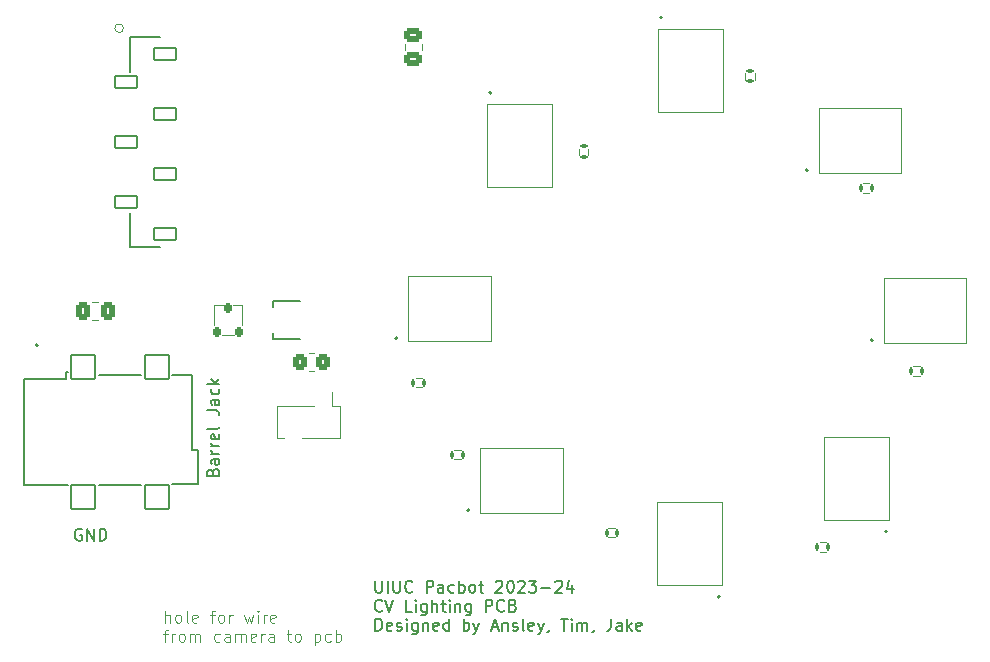
<source format=gto>
%TF.GenerationSoftware,KiCad,Pcbnew,7.0.9*%
%TF.CreationDate,2024-01-18T23:26:29-06:00*%
%TF.ProjectId,cv_lighting_pcb,63765f6c-6967-4687-9469-6e675f706362,rev?*%
%TF.SameCoordinates,Original*%
%TF.FileFunction,Legend,Top*%
%TF.FilePolarity,Positive*%
%FSLAX46Y46*%
G04 Gerber Fmt 4.6, Leading zero omitted, Abs format (unit mm)*
G04 Created by KiCad (PCBNEW 7.0.9) date 2024-01-18 23:26:29*
%MOMM*%
%LPD*%
G01*
G04 APERTURE LIST*
G04 Aperture macros list*
%AMRoundRect*
0 Rectangle with rounded corners*
0 $1 Rounding radius*
0 $2 $3 $4 $5 $6 $7 $8 $9 X,Y pos of 4 corners*
0 Add a 4 corners polygon primitive as box body*
4,1,4,$2,$3,$4,$5,$6,$7,$8,$9,$2,$3,0*
0 Add four circle primitives for the rounded corners*
1,1,$1+$1,$2,$3*
1,1,$1+$1,$4,$5*
1,1,$1+$1,$6,$7*
1,1,$1+$1,$8,$9*
0 Add four rect primitives between the rounded corners*
20,1,$1+$1,$2,$3,$4,$5,0*
20,1,$1+$1,$4,$5,$6,$7,0*
20,1,$1+$1,$6,$7,$8,$9,0*
20,1,$1+$1,$8,$9,$2,$3,0*%
G04 Aperture macros list end*
%ADD10C,0.150000*%
%ADD11C,0.125000*%
%ADD12C,0.120000*%
%ADD13C,0.200000*%
%ADD14C,0.152400*%
%ADD15C,0.127000*%
%ADD16C,0.010000*%
%ADD17RoundRect,0.100000X-0.100000X-0.200000X0.100000X-0.200000X0.100000X0.200000X-0.100000X0.200000X0*%
%ADD18RoundRect,0.100000X0.200000X-0.100000X0.200000X0.100000X-0.200000X0.100000X-0.200000X-0.100000X0*%
%ADD19RoundRect,0.250000X-0.337500X-0.475000X0.337500X-0.475000X0.337500X0.475000X-0.337500X0.475000X0*%
%ADD20RoundRect,0.100000X0.100000X0.200000X-0.100000X0.200000X-0.100000X-0.200000X0.100000X-0.200000X0*%
%ADD21RoundRect,0.102000X-0.952500X0.510000X-0.952500X-0.510000X0.952500X-0.510000X0.952500X0.510000X0*%
%ADD22R,1.397000X1.193800*%
%ADD23R,1.701800X1.600200*%
%ADD24C,1.800000*%
%ADD25C,1.600000*%
%ADD26RoundRect,0.102000X-1.000000X1.000000X-1.000000X-1.000000X1.000000X-1.000000X1.000000X1.000000X0*%
%ADD27R,1.000000X1.900000*%
%ADD28RoundRect,0.250000X-0.475000X0.337500X-0.475000X-0.337500X0.475000X-0.337500X0.475000X0.337500X0*%
%ADD29RoundRect,0.250000X0.350000X0.450000X-0.350000X0.450000X-0.350000X-0.450000X0.350000X-0.450000X0*%
%ADD30RoundRect,0.150000X-0.150000X-0.250000X0.150000X-0.250000X0.150000X0.250000X-0.150000X0.250000X0*%
G04 APERTURE END LIST*
D10*
X105000588Y-100517438D02*
X104905350Y-100469819D01*
X104905350Y-100469819D02*
X104762493Y-100469819D01*
X104762493Y-100469819D02*
X104619636Y-100517438D01*
X104619636Y-100517438D02*
X104524398Y-100612676D01*
X104524398Y-100612676D02*
X104476779Y-100707914D01*
X104476779Y-100707914D02*
X104429160Y-100898390D01*
X104429160Y-100898390D02*
X104429160Y-101041247D01*
X104429160Y-101041247D02*
X104476779Y-101231723D01*
X104476779Y-101231723D02*
X104524398Y-101326961D01*
X104524398Y-101326961D02*
X104619636Y-101422200D01*
X104619636Y-101422200D02*
X104762493Y-101469819D01*
X104762493Y-101469819D02*
X104857731Y-101469819D01*
X104857731Y-101469819D02*
X105000588Y-101422200D01*
X105000588Y-101422200D02*
X105048207Y-101374580D01*
X105048207Y-101374580D02*
X105048207Y-101041247D01*
X105048207Y-101041247D02*
X104857731Y-101041247D01*
X105476779Y-101469819D02*
X105476779Y-100469819D01*
X105476779Y-100469819D02*
X106048207Y-101469819D01*
X106048207Y-101469819D02*
X106048207Y-100469819D01*
X106524398Y-101469819D02*
X106524398Y-100469819D01*
X106524398Y-100469819D02*
X106762493Y-100469819D01*
X106762493Y-100469819D02*
X106905350Y-100517438D01*
X106905350Y-100517438D02*
X107000588Y-100612676D01*
X107000588Y-100612676D02*
X107048207Y-100707914D01*
X107048207Y-100707914D02*
X107095826Y-100898390D01*
X107095826Y-100898390D02*
X107095826Y-101041247D01*
X107095826Y-101041247D02*
X107048207Y-101231723D01*
X107048207Y-101231723D02*
X107000588Y-101326961D01*
X107000588Y-101326961D02*
X106905350Y-101422200D01*
X106905350Y-101422200D02*
X106762493Y-101469819D01*
X106762493Y-101469819D02*
X106524398Y-101469819D01*
X129876779Y-104869819D02*
X129876779Y-105679342D01*
X129876779Y-105679342D02*
X129924398Y-105774580D01*
X129924398Y-105774580D02*
X129972017Y-105822200D01*
X129972017Y-105822200D02*
X130067255Y-105869819D01*
X130067255Y-105869819D02*
X130257731Y-105869819D01*
X130257731Y-105869819D02*
X130352969Y-105822200D01*
X130352969Y-105822200D02*
X130400588Y-105774580D01*
X130400588Y-105774580D02*
X130448207Y-105679342D01*
X130448207Y-105679342D02*
X130448207Y-104869819D01*
X130924398Y-105869819D02*
X130924398Y-104869819D01*
X131400588Y-104869819D02*
X131400588Y-105679342D01*
X131400588Y-105679342D02*
X131448207Y-105774580D01*
X131448207Y-105774580D02*
X131495826Y-105822200D01*
X131495826Y-105822200D02*
X131591064Y-105869819D01*
X131591064Y-105869819D02*
X131781540Y-105869819D01*
X131781540Y-105869819D02*
X131876778Y-105822200D01*
X131876778Y-105822200D02*
X131924397Y-105774580D01*
X131924397Y-105774580D02*
X131972016Y-105679342D01*
X131972016Y-105679342D02*
X131972016Y-104869819D01*
X133019635Y-105774580D02*
X132972016Y-105822200D01*
X132972016Y-105822200D02*
X132829159Y-105869819D01*
X132829159Y-105869819D02*
X132733921Y-105869819D01*
X132733921Y-105869819D02*
X132591064Y-105822200D01*
X132591064Y-105822200D02*
X132495826Y-105726961D01*
X132495826Y-105726961D02*
X132448207Y-105631723D01*
X132448207Y-105631723D02*
X132400588Y-105441247D01*
X132400588Y-105441247D02*
X132400588Y-105298390D01*
X132400588Y-105298390D02*
X132448207Y-105107914D01*
X132448207Y-105107914D02*
X132495826Y-105012676D01*
X132495826Y-105012676D02*
X132591064Y-104917438D01*
X132591064Y-104917438D02*
X132733921Y-104869819D01*
X132733921Y-104869819D02*
X132829159Y-104869819D01*
X132829159Y-104869819D02*
X132972016Y-104917438D01*
X132972016Y-104917438D02*
X133019635Y-104965057D01*
X134210112Y-105869819D02*
X134210112Y-104869819D01*
X134210112Y-104869819D02*
X134591064Y-104869819D01*
X134591064Y-104869819D02*
X134686302Y-104917438D01*
X134686302Y-104917438D02*
X134733921Y-104965057D01*
X134733921Y-104965057D02*
X134781540Y-105060295D01*
X134781540Y-105060295D02*
X134781540Y-105203152D01*
X134781540Y-105203152D02*
X134733921Y-105298390D01*
X134733921Y-105298390D02*
X134686302Y-105346009D01*
X134686302Y-105346009D02*
X134591064Y-105393628D01*
X134591064Y-105393628D02*
X134210112Y-105393628D01*
X135638683Y-105869819D02*
X135638683Y-105346009D01*
X135638683Y-105346009D02*
X135591064Y-105250771D01*
X135591064Y-105250771D02*
X135495826Y-105203152D01*
X135495826Y-105203152D02*
X135305350Y-105203152D01*
X135305350Y-105203152D02*
X135210112Y-105250771D01*
X135638683Y-105822200D02*
X135543445Y-105869819D01*
X135543445Y-105869819D02*
X135305350Y-105869819D01*
X135305350Y-105869819D02*
X135210112Y-105822200D01*
X135210112Y-105822200D02*
X135162493Y-105726961D01*
X135162493Y-105726961D02*
X135162493Y-105631723D01*
X135162493Y-105631723D02*
X135210112Y-105536485D01*
X135210112Y-105536485D02*
X135305350Y-105488866D01*
X135305350Y-105488866D02*
X135543445Y-105488866D01*
X135543445Y-105488866D02*
X135638683Y-105441247D01*
X136543445Y-105822200D02*
X136448207Y-105869819D01*
X136448207Y-105869819D02*
X136257731Y-105869819D01*
X136257731Y-105869819D02*
X136162493Y-105822200D01*
X136162493Y-105822200D02*
X136114874Y-105774580D01*
X136114874Y-105774580D02*
X136067255Y-105679342D01*
X136067255Y-105679342D02*
X136067255Y-105393628D01*
X136067255Y-105393628D02*
X136114874Y-105298390D01*
X136114874Y-105298390D02*
X136162493Y-105250771D01*
X136162493Y-105250771D02*
X136257731Y-105203152D01*
X136257731Y-105203152D02*
X136448207Y-105203152D01*
X136448207Y-105203152D02*
X136543445Y-105250771D01*
X136972017Y-105869819D02*
X136972017Y-104869819D01*
X136972017Y-105250771D02*
X137067255Y-105203152D01*
X137067255Y-105203152D02*
X137257731Y-105203152D01*
X137257731Y-105203152D02*
X137352969Y-105250771D01*
X137352969Y-105250771D02*
X137400588Y-105298390D01*
X137400588Y-105298390D02*
X137448207Y-105393628D01*
X137448207Y-105393628D02*
X137448207Y-105679342D01*
X137448207Y-105679342D02*
X137400588Y-105774580D01*
X137400588Y-105774580D02*
X137352969Y-105822200D01*
X137352969Y-105822200D02*
X137257731Y-105869819D01*
X137257731Y-105869819D02*
X137067255Y-105869819D01*
X137067255Y-105869819D02*
X136972017Y-105822200D01*
X138019636Y-105869819D02*
X137924398Y-105822200D01*
X137924398Y-105822200D02*
X137876779Y-105774580D01*
X137876779Y-105774580D02*
X137829160Y-105679342D01*
X137829160Y-105679342D02*
X137829160Y-105393628D01*
X137829160Y-105393628D02*
X137876779Y-105298390D01*
X137876779Y-105298390D02*
X137924398Y-105250771D01*
X137924398Y-105250771D02*
X138019636Y-105203152D01*
X138019636Y-105203152D02*
X138162493Y-105203152D01*
X138162493Y-105203152D02*
X138257731Y-105250771D01*
X138257731Y-105250771D02*
X138305350Y-105298390D01*
X138305350Y-105298390D02*
X138352969Y-105393628D01*
X138352969Y-105393628D02*
X138352969Y-105679342D01*
X138352969Y-105679342D02*
X138305350Y-105774580D01*
X138305350Y-105774580D02*
X138257731Y-105822200D01*
X138257731Y-105822200D02*
X138162493Y-105869819D01*
X138162493Y-105869819D02*
X138019636Y-105869819D01*
X138638684Y-105203152D02*
X139019636Y-105203152D01*
X138781541Y-104869819D02*
X138781541Y-105726961D01*
X138781541Y-105726961D02*
X138829160Y-105822200D01*
X138829160Y-105822200D02*
X138924398Y-105869819D01*
X138924398Y-105869819D02*
X139019636Y-105869819D01*
X140067256Y-104965057D02*
X140114875Y-104917438D01*
X140114875Y-104917438D02*
X140210113Y-104869819D01*
X140210113Y-104869819D02*
X140448208Y-104869819D01*
X140448208Y-104869819D02*
X140543446Y-104917438D01*
X140543446Y-104917438D02*
X140591065Y-104965057D01*
X140591065Y-104965057D02*
X140638684Y-105060295D01*
X140638684Y-105060295D02*
X140638684Y-105155533D01*
X140638684Y-105155533D02*
X140591065Y-105298390D01*
X140591065Y-105298390D02*
X140019637Y-105869819D01*
X140019637Y-105869819D02*
X140638684Y-105869819D01*
X141257732Y-104869819D02*
X141352970Y-104869819D01*
X141352970Y-104869819D02*
X141448208Y-104917438D01*
X141448208Y-104917438D02*
X141495827Y-104965057D01*
X141495827Y-104965057D02*
X141543446Y-105060295D01*
X141543446Y-105060295D02*
X141591065Y-105250771D01*
X141591065Y-105250771D02*
X141591065Y-105488866D01*
X141591065Y-105488866D02*
X141543446Y-105679342D01*
X141543446Y-105679342D02*
X141495827Y-105774580D01*
X141495827Y-105774580D02*
X141448208Y-105822200D01*
X141448208Y-105822200D02*
X141352970Y-105869819D01*
X141352970Y-105869819D02*
X141257732Y-105869819D01*
X141257732Y-105869819D02*
X141162494Y-105822200D01*
X141162494Y-105822200D02*
X141114875Y-105774580D01*
X141114875Y-105774580D02*
X141067256Y-105679342D01*
X141067256Y-105679342D02*
X141019637Y-105488866D01*
X141019637Y-105488866D02*
X141019637Y-105250771D01*
X141019637Y-105250771D02*
X141067256Y-105060295D01*
X141067256Y-105060295D02*
X141114875Y-104965057D01*
X141114875Y-104965057D02*
X141162494Y-104917438D01*
X141162494Y-104917438D02*
X141257732Y-104869819D01*
X141972018Y-104965057D02*
X142019637Y-104917438D01*
X142019637Y-104917438D02*
X142114875Y-104869819D01*
X142114875Y-104869819D02*
X142352970Y-104869819D01*
X142352970Y-104869819D02*
X142448208Y-104917438D01*
X142448208Y-104917438D02*
X142495827Y-104965057D01*
X142495827Y-104965057D02*
X142543446Y-105060295D01*
X142543446Y-105060295D02*
X142543446Y-105155533D01*
X142543446Y-105155533D02*
X142495827Y-105298390D01*
X142495827Y-105298390D02*
X141924399Y-105869819D01*
X141924399Y-105869819D02*
X142543446Y-105869819D01*
X142876780Y-104869819D02*
X143495827Y-104869819D01*
X143495827Y-104869819D02*
X143162494Y-105250771D01*
X143162494Y-105250771D02*
X143305351Y-105250771D01*
X143305351Y-105250771D02*
X143400589Y-105298390D01*
X143400589Y-105298390D02*
X143448208Y-105346009D01*
X143448208Y-105346009D02*
X143495827Y-105441247D01*
X143495827Y-105441247D02*
X143495827Y-105679342D01*
X143495827Y-105679342D02*
X143448208Y-105774580D01*
X143448208Y-105774580D02*
X143400589Y-105822200D01*
X143400589Y-105822200D02*
X143305351Y-105869819D01*
X143305351Y-105869819D02*
X143019637Y-105869819D01*
X143019637Y-105869819D02*
X142924399Y-105822200D01*
X142924399Y-105822200D02*
X142876780Y-105774580D01*
X143924399Y-105488866D02*
X144686304Y-105488866D01*
X145114875Y-104965057D02*
X145162494Y-104917438D01*
X145162494Y-104917438D02*
X145257732Y-104869819D01*
X145257732Y-104869819D02*
X145495827Y-104869819D01*
X145495827Y-104869819D02*
X145591065Y-104917438D01*
X145591065Y-104917438D02*
X145638684Y-104965057D01*
X145638684Y-104965057D02*
X145686303Y-105060295D01*
X145686303Y-105060295D02*
X145686303Y-105155533D01*
X145686303Y-105155533D02*
X145638684Y-105298390D01*
X145638684Y-105298390D02*
X145067256Y-105869819D01*
X145067256Y-105869819D02*
X145686303Y-105869819D01*
X146543446Y-105203152D02*
X146543446Y-105869819D01*
X146305351Y-104822200D02*
X146067256Y-105536485D01*
X146067256Y-105536485D02*
X146686303Y-105536485D01*
X130448207Y-107384580D02*
X130400588Y-107432200D01*
X130400588Y-107432200D02*
X130257731Y-107479819D01*
X130257731Y-107479819D02*
X130162493Y-107479819D01*
X130162493Y-107479819D02*
X130019636Y-107432200D01*
X130019636Y-107432200D02*
X129924398Y-107336961D01*
X129924398Y-107336961D02*
X129876779Y-107241723D01*
X129876779Y-107241723D02*
X129829160Y-107051247D01*
X129829160Y-107051247D02*
X129829160Y-106908390D01*
X129829160Y-106908390D02*
X129876779Y-106717914D01*
X129876779Y-106717914D02*
X129924398Y-106622676D01*
X129924398Y-106622676D02*
X130019636Y-106527438D01*
X130019636Y-106527438D02*
X130162493Y-106479819D01*
X130162493Y-106479819D02*
X130257731Y-106479819D01*
X130257731Y-106479819D02*
X130400588Y-106527438D01*
X130400588Y-106527438D02*
X130448207Y-106575057D01*
X130733922Y-106479819D02*
X131067255Y-107479819D01*
X131067255Y-107479819D02*
X131400588Y-106479819D01*
X132972017Y-107479819D02*
X132495827Y-107479819D01*
X132495827Y-107479819D02*
X132495827Y-106479819D01*
X133305351Y-107479819D02*
X133305351Y-106813152D01*
X133305351Y-106479819D02*
X133257732Y-106527438D01*
X133257732Y-106527438D02*
X133305351Y-106575057D01*
X133305351Y-106575057D02*
X133352970Y-106527438D01*
X133352970Y-106527438D02*
X133305351Y-106479819D01*
X133305351Y-106479819D02*
X133305351Y-106575057D01*
X134210112Y-106813152D02*
X134210112Y-107622676D01*
X134210112Y-107622676D02*
X134162493Y-107717914D01*
X134162493Y-107717914D02*
X134114874Y-107765533D01*
X134114874Y-107765533D02*
X134019636Y-107813152D01*
X134019636Y-107813152D02*
X133876779Y-107813152D01*
X133876779Y-107813152D02*
X133781541Y-107765533D01*
X134210112Y-107432200D02*
X134114874Y-107479819D01*
X134114874Y-107479819D02*
X133924398Y-107479819D01*
X133924398Y-107479819D02*
X133829160Y-107432200D01*
X133829160Y-107432200D02*
X133781541Y-107384580D01*
X133781541Y-107384580D02*
X133733922Y-107289342D01*
X133733922Y-107289342D02*
X133733922Y-107003628D01*
X133733922Y-107003628D02*
X133781541Y-106908390D01*
X133781541Y-106908390D02*
X133829160Y-106860771D01*
X133829160Y-106860771D02*
X133924398Y-106813152D01*
X133924398Y-106813152D02*
X134114874Y-106813152D01*
X134114874Y-106813152D02*
X134210112Y-106860771D01*
X134686303Y-107479819D02*
X134686303Y-106479819D01*
X135114874Y-107479819D02*
X135114874Y-106956009D01*
X135114874Y-106956009D02*
X135067255Y-106860771D01*
X135067255Y-106860771D02*
X134972017Y-106813152D01*
X134972017Y-106813152D02*
X134829160Y-106813152D01*
X134829160Y-106813152D02*
X134733922Y-106860771D01*
X134733922Y-106860771D02*
X134686303Y-106908390D01*
X135448208Y-106813152D02*
X135829160Y-106813152D01*
X135591065Y-106479819D02*
X135591065Y-107336961D01*
X135591065Y-107336961D02*
X135638684Y-107432200D01*
X135638684Y-107432200D02*
X135733922Y-107479819D01*
X135733922Y-107479819D02*
X135829160Y-107479819D01*
X136162494Y-107479819D02*
X136162494Y-106813152D01*
X136162494Y-106479819D02*
X136114875Y-106527438D01*
X136114875Y-106527438D02*
X136162494Y-106575057D01*
X136162494Y-106575057D02*
X136210113Y-106527438D01*
X136210113Y-106527438D02*
X136162494Y-106479819D01*
X136162494Y-106479819D02*
X136162494Y-106575057D01*
X136638684Y-106813152D02*
X136638684Y-107479819D01*
X136638684Y-106908390D02*
X136686303Y-106860771D01*
X136686303Y-106860771D02*
X136781541Y-106813152D01*
X136781541Y-106813152D02*
X136924398Y-106813152D01*
X136924398Y-106813152D02*
X137019636Y-106860771D01*
X137019636Y-106860771D02*
X137067255Y-106956009D01*
X137067255Y-106956009D02*
X137067255Y-107479819D01*
X137972017Y-106813152D02*
X137972017Y-107622676D01*
X137972017Y-107622676D02*
X137924398Y-107717914D01*
X137924398Y-107717914D02*
X137876779Y-107765533D01*
X137876779Y-107765533D02*
X137781541Y-107813152D01*
X137781541Y-107813152D02*
X137638684Y-107813152D01*
X137638684Y-107813152D02*
X137543446Y-107765533D01*
X137972017Y-107432200D02*
X137876779Y-107479819D01*
X137876779Y-107479819D02*
X137686303Y-107479819D01*
X137686303Y-107479819D02*
X137591065Y-107432200D01*
X137591065Y-107432200D02*
X137543446Y-107384580D01*
X137543446Y-107384580D02*
X137495827Y-107289342D01*
X137495827Y-107289342D02*
X137495827Y-107003628D01*
X137495827Y-107003628D02*
X137543446Y-106908390D01*
X137543446Y-106908390D02*
X137591065Y-106860771D01*
X137591065Y-106860771D02*
X137686303Y-106813152D01*
X137686303Y-106813152D02*
X137876779Y-106813152D01*
X137876779Y-106813152D02*
X137972017Y-106860771D01*
X139210113Y-107479819D02*
X139210113Y-106479819D01*
X139210113Y-106479819D02*
X139591065Y-106479819D01*
X139591065Y-106479819D02*
X139686303Y-106527438D01*
X139686303Y-106527438D02*
X139733922Y-106575057D01*
X139733922Y-106575057D02*
X139781541Y-106670295D01*
X139781541Y-106670295D02*
X139781541Y-106813152D01*
X139781541Y-106813152D02*
X139733922Y-106908390D01*
X139733922Y-106908390D02*
X139686303Y-106956009D01*
X139686303Y-106956009D02*
X139591065Y-107003628D01*
X139591065Y-107003628D02*
X139210113Y-107003628D01*
X140781541Y-107384580D02*
X140733922Y-107432200D01*
X140733922Y-107432200D02*
X140591065Y-107479819D01*
X140591065Y-107479819D02*
X140495827Y-107479819D01*
X140495827Y-107479819D02*
X140352970Y-107432200D01*
X140352970Y-107432200D02*
X140257732Y-107336961D01*
X140257732Y-107336961D02*
X140210113Y-107241723D01*
X140210113Y-107241723D02*
X140162494Y-107051247D01*
X140162494Y-107051247D02*
X140162494Y-106908390D01*
X140162494Y-106908390D02*
X140210113Y-106717914D01*
X140210113Y-106717914D02*
X140257732Y-106622676D01*
X140257732Y-106622676D02*
X140352970Y-106527438D01*
X140352970Y-106527438D02*
X140495827Y-106479819D01*
X140495827Y-106479819D02*
X140591065Y-106479819D01*
X140591065Y-106479819D02*
X140733922Y-106527438D01*
X140733922Y-106527438D02*
X140781541Y-106575057D01*
X141543446Y-106956009D02*
X141686303Y-107003628D01*
X141686303Y-107003628D02*
X141733922Y-107051247D01*
X141733922Y-107051247D02*
X141781541Y-107146485D01*
X141781541Y-107146485D02*
X141781541Y-107289342D01*
X141781541Y-107289342D02*
X141733922Y-107384580D01*
X141733922Y-107384580D02*
X141686303Y-107432200D01*
X141686303Y-107432200D02*
X141591065Y-107479819D01*
X141591065Y-107479819D02*
X141210113Y-107479819D01*
X141210113Y-107479819D02*
X141210113Y-106479819D01*
X141210113Y-106479819D02*
X141543446Y-106479819D01*
X141543446Y-106479819D02*
X141638684Y-106527438D01*
X141638684Y-106527438D02*
X141686303Y-106575057D01*
X141686303Y-106575057D02*
X141733922Y-106670295D01*
X141733922Y-106670295D02*
X141733922Y-106765533D01*
X141733922Y-106765533D02*
X141686303Y-106860771D01*
X141686303Y-106860771D02*
X141638684Y-106908390D01*
X141638684Y-106908390D02*
X141543446Y-106956009D01*
X141543446Y-106956009D02*
X141210113Y-106956009D01*
X129876779Y-109089819D02*
X129876779Y-108089819D01*
X129876779Y-108089819D02*
X130114874Y-108089819D01*
X130114874Y-108089819D02*
X130257731Y-108137438D01*
X130257731Y-108137438D02*
X130352969Y-108232676D01*
X130352969Y-108232676D02*
X130400588Y-108327914D01*
X130400588Y-108327914D02*
X130448207Y-108518390D01*
X130448207Y-108518390D02*
X130448207Y-108661247D01*
X130448207Y-108661247D02*
X130400588Y-108851723D01*
X130400588Y-108851723D02*
X130352969Y-108946961D01*
X130352969Y-108946961D02*
X130257731Y-109042200D01*
X130257731Y-109042200D02*
X130114874Y-109089819D01*
X130114874Y-109089819D02*
X129876779Y-109089819D01*
X131257731Y-109042200D02*
X131162493Y-109089819D01*
X131162493Y-109089819D02*
X130972017Y-109089819D01*
X130972017Y-109089819D02*
X130876779Y-109042200D01*
X130876779Y-109042200D02*
X130829160Y-108946961D01*
X130829160Y-108946961D02*
X130829160Y-108566009D01*
X130829160Y-108566009D02*
X130876779Y-108470771D01*
X130876779Y-108470771D02*
X130972017Y-108423152D01*
X130972017Y-108423152D02*
X131162493Y-108423152D01*
X131162493Y-108423152D02*
X131257731Y-108470771D01*
X131257731Y-108470771D02*
X131305350Y-108566009D01*
X131305350Y-108566009D02*
X131305350Y-108661247D01*
X131305350Y-108661247D02*
X130829160Y-108756485D01*
X131686303Y-109042200D02*
X131781541Y-109089819D01*
X131781541Y-109089819D02*
X131972017Y-109089819D01*
X131972017Y-109089819D02*
X132067255Y-109042200D01*
X132067255Y-109042200D02*
X132114874Y-108946961D01*
X132114874Y-108946961D02*
X132114874Y-108899342D01*
X132114874Y-108899342D02*
X132067255Y-108804104D01*
X132067255Y-108804104D02*
X131972017Y-108756485D01*
X131972017Y-108756485D02*
X131829160Y-108756485D01*
X131829160Y-108756485D02*
X131733922Y-108708866D01*
X131733922Y-108708866D02*
X131686303Y-108613628D01*
X131686303Y-108613628D02*
X131686303Y-108566009D01*
X131686303Y-108566009D02*
X131733922Y-108470771D01*
X131733922Y-108470771D02*
X131829160Y-108423152D01*
X131829160Y-108423152D02*
X131972017Y-108423152D01*
X131972017Y-108423152D02*
X132067255Y-108470771D01*
X132543446Y-109089819D02*
X132543446Y-108423152D01*
X132543446Y-108089819D02*
X132495827Y-108137438D01*
X132495827Y-108137438D02*
X132543446Y-108185057D01*
X132543446Y-108185057D02*
X132591065Y-108137438D01*
X132591065Y-108137438D02*
X132543446Y-108089819D01*
X132543446Y-108089819D02*
X132543446Y-108185057D01*
X133448207Y-108423152D02*
X133448207Y-109232676D01*
X133448207Y-109232676D02*
X133400588Y-109327914D01*
X133400588Y-109327914D02*
X133352969Y-109375533D01*
X133352969Y-109375533D02*
X133257731Y-109423152D01*
X133257731Y-109423152D02*
X133114874Y-109423152D01*
X133114874Y-109423152D02*
X133019636Y-109375533D01*
X133448207Y-109042200D02*
X133352969Y-109089819D01*
X133352969Y-109089819D02*
X133162493Y-109089819D01*
X133162493Y-109089819D02*
X133067255Y-109042200D01*
X133067255Y-109042200D02*
X133019636Y-108994580D01*
X133019636Y-108994580D02*
X132972017Y-108899342D01*
X132972017Y-108899342D02*
X132972017Y-108613628D01*
X132972017Y-108613628D02*
X133019636Y-108518390D01*
X133019636Y-108518390D02*
X133067255Y-108470771D01*
X133067255Y-108470771D02*
X133162493Y-108423152D01*
X133162493Y-108423152D02*
X133352969Y-108423152D01*
X133352969Y-108423152D02*
X133448207Y-108470771D01*
X133924398Y-108423152D02*
X133924398Y-109089819D01*
X133924398Y-108518390D02*
X133972017Y-108470771D01*
X133972017Y-108470771D02*
X134067255Y-108423152D01*
X134067255Y-108423152D02*
X134210112Y-108423152D01*
X134210112Y-108423152D02*
X134305350Y-108470771D01*
X134305350Y-108470771D02*
X134352969Y-108566009D01*
X134352969Y-108566009D02*
X134352969Y-109089819D01*
X135210112Y-109042200D02*
X135114874Y-109089819D01*
X135114874Y-109089819D02*
X134924398Y-109089819D01*
X134924398Y-109089819D02*
X134829160Y-109042200D01*
X134829160Y-109042200D02*
X134781541Y-108946961D01*
X134781541Y-108946961D02*
X134781541Y-108566009D01*
X134781541Y-108566009D02*
X134829160Y-108470771D01*
X134829160Y-108470771D02*
X134924398Y-108423152D01*
X134924398Y-108423152D02*
X135114874Y-108423152D01*
X135114874Y-108423152D02*
X135210112Y-108470771D01*
X135210112Y-108470771D02*
X135257731Y-108566009D01*
X135257731Y-108566009D02*
X135257731Y-108661247D01*
X135257731Y-108661247D02*
X134781541Y-108756485D01*
X136114874Y-109089819D02*
X136114874Y-108089819D01*
X136114874Y-109042200D02*
X136019636Y-109089819D01*
X136019636Y-109089819D02*
X135829160Y-109089819D01*
X135829160Y-109089819D02*
X135733922Y-109042200D01*
X135733922Y-109042200D02*
X135686303Y-108994580D01*
X135686303Y-108994580D02*
X135638684Y-108899342D01*
X135638684Y-108899342D02*
X135638684Y-108613628D01*
X135638684Y-108613628D02*
X135686303Y-108518390D01*
X135686303Y-108518390D02*
X135733922Y-108470771D01*
X135733922Y-108470771D02*
X135829160Y-108423152D01*
X135829160Y-108423152D02*
X136019636Y-108423152D01*
X136019636Y-108423152D02*
X136114874Y-108470771D01*
X137352970Y-109089819D02*
X137352970Y-108089819D01*
X137352970Y-108470771D02*
X137448208Y-108423152D01*
X137448208Y-108423152D02*
X137638684Y-108423152D01*
X137638684Y-108423152D02*
X137733922Y-108470771D01*
X137733922Y-108470771D02*
X137781541Y-108518390D01*
X137781541Y-108518390D02*
X137829160Y-108613628D01*
X137829160Y-108613628D02*
X137829160Y-108899342D01*
X137829160Y-108899342D02*
X137781541Y-108994580D01*
X137781541Y-108994580D02*
X137733922Y-109042200D01*
X137733922Y-109042200D02*
X137638684Y-109089819D01*
X137638684Y-109089819D02*
X137448208Y-109089819D01*
X137448208Y-109089819D02*
X137352970Y-109042200D01*
X138162494Y-108423152D02*
X138400589Y-109089819D01*
X138638684Y-108423152D02*
X138400589Y-109089819D01*
X138400589Y-109089819D02*
X138305351Y-109327914D01*
X138305351Y-109327914D02*
X138257732Y-109375533D01*
X138257732Y-109375533D02*
X138162494Y-109423152D01*
X139733923Y-108804104D02*
X140210113Y-108804104D01*
X139638685Y-109089819D02*
X139972018Y-108089819D01*
X139972018Y-108089819D02*
X140305351Y-109089819D01*
X140638685Y-108423152D02*
X140638685Y-109089819D01*
X140638685Y-108518390D02*
X140686304Y-108470771D01*
X140686304Y-108470771D02*
X140781542Y-108423152D01*
X140781542Y-108423152D02*
X140924399Y-108423152D01*
X140924399Y-108423152D02*
X141019637Y-108470771D01*
X141019637Y-108470771D02*
X141067256Y-108566009D01*
X141067256Y-108566009D02*
X141067256Y-109089819D01*
X141495828Y-109042200D02*
X141591066Y-109089819D01*
X141591066Y-109089819D02*
X141781542Y-109089819D01*
X141781542Y-109089819D02*
X141876780Y-109042200D01*
X141876780Y-109042200D02*
X141924399Y-108946961D01*
X141924399Y-108946961D02*
X141924399Y-108899342D01*
X141924399Y-108899342D02*
X141876780Y-108804104D01*
X141876780Y-108804104D02*
X141781542Y-108756485D01*
X141781542Y-108756485D02*
X141638685Y-108756485D01*
X141638685Y-108756485D02*
X141543447Y-108708866D01*
X141543447Y-108708866D02*
X141495828Y-108613628D01*
X141495828Y-108613628D02*
X141495828Y-108566009D01*
X141495828Y-108566009D02*
X141543447Y-108470771D01*
X141543447Y-108470771D02*
X141638685Y-108423152D01*
X141638685Y-108423152D02*
X141781542Y-108423152D01*
X141781542Y-108423152D02*
X141876780Y-108470771D01*
X142495828Y-109089819D02*
X142400590Y-109042200D01*
X142400590Y-109042200D02*
X142352971Y-108946961D01*
X142352971Y-108946961D02*
X142352971Y-108089819D01*
X143257733Y-109042200D02*
X143162495Y-109089819D01*
X143162495Y-109089819D02*
X142972019Y-109089819D01*
X142972019Y-109089819D02*
X142876781Y-109042200D01*
X142876781Y-109042200D02*
X142829162Y-108946961D01*
X142829162Y-108946961D02*
X142829162Y-108566009D01*
X142829162Y-108566009D02*
X142876781Y-108470771D01*
X142876781Y-108470771D02*
X142972019Y-108423152D01*
X142972019Y-108423152D02*
X143162495Y-108423152D01*
X143162495Y-108423152D02*
X143257733Y-108470771D01*
X143257733Y-108470771D02*
X143305352Y-108566009D01*
X143305352Y-108566009D02*
X143305352Y-108661247D01*
X143305352Y-108661247D02*
X142829162Y-108756485D01*
X143638686Y-108423152D02*
X143876781Y-109089819D01*
X144114876Y-108423152D02*
X143876781Y-109089819D01*
X143876781Y-109089819D02*
X143781543Y-109327914D01*
X143781543Y-109327914D02*
X143733924Y-109375533D01*
X143733924Y-109375533D02*
X143638686Y-109423152D01*
X144543448Y-109042200D02*
X144543448Y-109089819D01*
X144543448Y-109089819D02*
X144495829Y-109185057D01*
X144495829Y-109185057D02*
X144448210Y-109232676D01*
X145591067Y-108089819D02*
X146162495Y-108089819D01*
X145876781Y-109089819D02*
X145876781Y-108089819D01*
X146495829Y-109089819D02*
X146495829Y-108423152D01*
X146495829Y-108089819D02*
X146448210Y-108137438D01*
X146448210Y-108137438D02*
X146495829Y-108185057D01*
X146495829Y-108185057D02*
X146543448Y-108137438D01*
X146543448Y-108137438D02*
X146495829Y-108089819D01*
X146495829Y-108089819D02*
X146495829Y-108185057D01*
X146972019Y-109089819D02*
X146972019Y-108423152D01*
X146972019Y-108518390D02*
X147019638Y-108470771D01*
X147019638Y-108470771D02*
X147114876Y-108423152D01*
X147114876Y-108423152D02*
X147257733Y-108423152D01*
X147257733Y-108423152D02*
X147352971Y-108470771D01*
X147352971Y-108470771D02*
X147400590Y-108566009D01*
X147400590Y-108566009D02*
X147400590Y-109089819D01*
X147400590Y-108566009D02*
X147448209Y-108470771D01*
X147448209Y-108470771D02*
X147543447Y-108423152D01*
X147543447Y-108423152D02*
X147686304Y-108423152D01*
X147686304Y-108423152D02*
X147781543Y-108470771D01*
X147781543Y-108470771D02*
X147829162Y-108566009D01*
X147829162Y-108566009D02*
X147829162Y-109089819D01*
X148352971Y-109042200D02*
X148352971Y-109089819D01*
X148352971Y-109089819D02*
X148305352Y-109185057D01*
X148305352Y-109185057D02*
X148257733Y-109232676D01*
X149829161Y-108089819D02*
X149829161Y-108804104D01*
X149829161Y-108804104D02*
X149781542Y-108946961D01*
X149781542Y-108946961D02*
X149686304Y-109042200D01*
X149686304Y-109042200D02*
X149543447Y-109089819D01*
X149543447Y-109089819D02*
X149448209Y-109089819D01*
X150733923Y-109089819D02*
X150733923Y-108566009D01*
X150733923Y-108566009D02*
X150686304Y-108470771D01*
X150686304Y-108470771D02*
X150591066Y-108423152D01*
X150591066Y-108423152D02*
X150400590Y-108423152D01*
X150400590Y-108423152D02*
X150305352Y-108470771D01*
X150733923Y-109042200D02*
X150638685Y-109089819D01*
X150638685Y-109089819D02*
X150400590Y-109089819D01*
X150400590Y-109089819D02*
X150305352Y-109042200D01*
X150305352Y-109042200D02*
X150257733Y-108946961D01*
X150257733Y-108946961D02*
X150257733Y-108851723D01*
X150257733Y-108851723D02*
X150305352Y-108756485D01*
X150305352Y-108756485D02*
X150400590Y-108708866D01*
X150400590Y-108708866D02*
X150638685Y-108708866D01*
X150638685Y-108708866D02*
X150733923Y-108661247D01*
X151210114Y-109089819D02*
X151210114Y-108089819D01*
X151305352Y-108708866D02*
X151591066Y-109089819D01*
X151591066Y-108423152D02*
X151210114Y-108804104D01*
X152400590Y-109042200D02*
X152305352Y-109089819D01*
X152305352Y-109089819D02*
X152114876Y-109089819D01*
X152114876Y-109089819D02*
X152019638Y-109042200D01*
X152019638Y-109042200D02*
X151972019Y-108946961D01*
X151972019Y-108946961D02*
X151972019Y-108566009D01*
X151972019Y-108566009D02*
X152019638Y-108470771D01*
X152019638Y-108470771D02*
X152114876Y-108423152D01*
X152114876Y-108423152D02*
X152305352Y-108423152D01*
X152305352Y-108423152D02*
X152400590Y-108470771D01*
X152400590Y-108470771D02*
X152448209Y-108566009D01*
X152448209Y-108566009D02*
X152448209Y-108661247D01*
X152448209Y-108661247D02*
X151972019Y-108756485D01*
D11*
X112080331Y-108411119D02*
X112080331Y-107411119D01*
X112508902Y-108411119D02*
X112508902Y-107887309D01*
X112508902Y-107887309D02*
X112461283Y-107792071D01*
X112461283Y-107792071D02*
X112366045Y-107744452D01*
X112366045Y-107744452D02*
X112223188Y-107744452D01*
X112223188Y-107744452D02*
X112127950Y-107792071D01*
X112127950Y-107792071D02*
X112080331Y-107839690D01*
X113127950Y-108411119D02*
X113032712Y-108363500D01*
X113032712Y-108363500D02*
X112985093Y-108315880D01*
X112985093Y-108315880D02*
X112937474Y-108220642D01*
X112937474Y-108220642D02*
X112937474Y-107934928D01*
X112937474Y-107934928D02*
X112985093Y-107839690D01*
X112985093Y-107839690D02*
X113032712Y-107792071D01*
X113032712Y-107792071D02*
X113127950Y-107744452D01*
X113127950Y-107744452D02*
X113270807Y-107744452D01*
X113270807Y-107744452D02*
X113366045Y-107792071D01*
X113366045Y-107792071D02*
X113413664Y-107839690D01*
X113413664Y-107839690D02*
X113461283Y-107934928D01*
X113461283Y-107934928D02*
X113461283Y-108220642D01*
X113461283Y-108220642D02*
X113413664Y-108315880D01*
X113413664Y-108315880D02*
X113366045Y-108363500D01*
X113366045Y-108363500D02*
X113270807Y-108411119D01*
X113270807Y-108411119D02*
X113127950Y-108411119D01*
X114032712Y-108411119D02*
X113937474Y-108363500D01*
X113937474Y-108363500D02*
X113889855Y-108268261D01*
X113889855Y-108268261D02*
X113889855Y-107411119D01*
X114794617Y-108363500D02*
X114699379Y-108411119D01*
X114699379Y-108411119D02*
X114508903Y-108411119D01*
X114508903Y-108411119D02*
X114413665Y-108363500D01*
X114413665Y-108363500D02*
X114366046Y-108268261D01*
X114366046Y-108268261D02*
X114366046Y-107887309D01*
X114366046Y-107887309D02*
X114413665Y-107792071D01*
X114413665Y-107792071D02*
X114508903Y-107744452D01*
X114508903Y-107744452D02*
X114699379Y-107744452D01*
X114699379Y-107744452D02*
X114794617Y-107792071D01*
X114794617Y-107792071D02*
X114842236Y-107887309D01*
X114842236Y-107887309D02*
X114842236Y-107982547D01*
X114842236Y-107982547D02*
X114366046Y-108077785D01*
X115889856Y-107744452D02*
X116270808Y-107744452D01*
X116032713Y-108411119D02*
X116032713Y-107553976D01*
X116032713Y-107553976D02*
X116080332Y-107458738D01*
X116080332Y-107458738D02*
X116175570Y-107411119D01*
X116175570Y-107411119D02*
X116270808Y-107411119D01*
X116746999Y-108411119D02*
X116651761Y-108363500D01*
X116651761Y-108363500D02*
X116604142Y-108315880D01*
X116604142Y-108315880D02*
X116556523Y-108220642D01*
X116556523Y-108220642D02*
X116556523Y-107934928D01*
X116556523Y-107934928D02*
X116604142Y-107839690D01*
X116604142Y-107839690D02*
X116651761Y-107792071D01*
X116651761Y-107792071D02*
X116746999Y-107744452D01*
X116746999Y-107744452D02*
X116889856Y-107744452D01*
X116889856Y-107744452D02*
X116985094Y-107792071D01*
X116985094Y-107792071D02*
X117032713Y-107839690D01*
X117032713Y-107839690D02*
X117080332Y-107934928D01*
X117080332Y-107934928D02*
X117080332Y-108220642D01*
X117080332Y-108220642D02*
X117032713Y-108315880D01*
X117032713Y-108315880D02*
X116985094Y-108363500D01*
X116985094Y-108363500D02*
X116889856Y-108411119D01*
X116889856Y-108411119D02*
X116746999Y-108411119D01*
X117508904Y-108411119D02*
X117508904Y-107744452D01*
X117508904Y-107934928D02*
X117556523Y-107839690D01*
X117556523Y-107839690D02*
X117604142Y-107792071D01*
X117604142Y-107792071D02*
X117699380Y-107744452D01*
X117699380Y-107744452D02*
X117794618Y-107744452D01*
X118794619Y-107744452D02*
X118985095Y-108411119D01*
X118985095Y-108411119D02*
X119175571Y-107934928D01*
X119175571Y-107934928D02*
X119366047Y-108411119D01*
X119366047Y-108411119D02*
X119556523Y-107744452D01*
X119937476Y-108411119D02*
X119937476Y-107744452D01*
X119937476Y-107411119D02*
X119889857Y-107458738D01*
X119889857Y-107458738D02*
X119937476Y-107506357D01*
X119937476Y-107506357D02*
X119985095Y-107458738D01*
X119985095Y-107458738D02*
X119937476Y-107411119D01*
X119937476Y-107411119D02*
X119937476Y-107506357D01*
X120413666Y-108411119D02*
X120413666Y-107744452D01*
X120413666Y-107934928D02*
X120461285Y-107839690D01*
X120461285Y-107839690D02*
X120508904Y-107792071D01*
X120508904Y-107792071D02*
X120604142Y-107744452D01*
X120604142Y-107744452D02*
X120699380Y-107744452D01*
X121413666Y-108363500D02*
X121318428Y-108411119D01*
X121318428Y-108411119D02*
X121127952Y-108411119D01*
X121127952Y-108411119D02*
X121032714Y-108363500D01*
X121032714Y-108363500D02*
X120985095Y-108268261D01*
X120985095Y-108268261D02*
X120985095Y-107887309D01*
X120985095Y-107887309D02*
X121032714Y-107792071D01*
X121032714Y-107792071D02*
X121127952Y-107744452D01*
X121127952Y-107744452D02*
X121318428Y-107744452D01*
X121318428Y-107744452D02*
X121413666Y-107792071D01*
X121413666Y-107792071D02*
X121461285Y-107887309D01*
X121461285Y-107887309D02*
X121461285Y-107982547D01*
X121461285Y-107982547D02*
X120985095Y-108077785D01*
X111937474Y-109354452D02*
X112318426Y-109354452D01*
X112080331Y-110021119D02*
X112080331Y-109163976D01*
X112080331Y-109163976D02*
X112127950Y-109068738D01*
X112127950Y-109068738D02*
X112223188Y-109021119D01*
X112223188Y-109021119D02*
X112318426Y-109021119D01*
X112651760Y-110021119D02*
X112651760Y-109354452D01*
X112651760Y-109544928D02*
X112699379Y-109449690D01*
X112699379Y-109449690D02*
X112746998Y-109402071D01*
X112746998Y-109402071D02*
X112842236Y-109354452D01*
X112842236Y-109354452D02*
X112937474Y-109354452D01*
X113413665Y-110021119D02*
X113318427Y-109973500D01*
X113318427Y-109973500D02*
X113270808Y-109925880D01*
X113270808Y-109925880D02*
X113223189Y-109830642D01*
X113223189Y-109830642D02*
X113223189Y-109544928D01*
X113223189Y-109544928D02*
X113270808Y-109449690D01*
X113270808Y-109449690D02*
X113318427Y-109402071D01*
X113318427Y-109402071D02*
X113413665Y-109354452D01*
X113413665Y-109354452D02*
X113556522Y-109354452D01*
X113556522Y-109354452D02*
X113651760Y-109402071D01*
X113651760Y-109402071D02*
X113699379Y-109449690D01*
X113699379Y-109449690D02*
X113746998Y-109544928D01*
X113746998Y-109544928D02*
X113746998Y-109830642D01*
X113746998Y-109830642D02*
X113699379Y-109925880D01*
X113699379Y-109925880D02*
X113651760Y-109973500D01*
X113651760Y-109973500D02*
X113556522Y-110021119D01*
X113556522Y-110021119D02*
X113413665Y-110021119D01*
X114175570Y-110021119D02*
X114175570Y-109354452D01*
X114175570Y-109449690D02*
X114223189Y-109402071D01*
X114223189Y-109402071D02*
X114318427Y-109354452D01*
X114318427Y-109354452D02*
X114461284Y-109354452D01*
X114461284Y-109354452D02*
X114556522Y-109402071D01*
X114556522Y-109402071D02*
X114604141Y-109497309D01*
X114604141Y-109497309D02*
X114604141Y-110021119D01*
X114604141Y-109497309D02*
X114651760Y-109402071D01*
X114651760Y-109402071D02*
X114746998Y-109354452D01*
X114746998Y-109354452D02*
X114889855Y-109354452D01*
X114889855Y-109354452D02*
X114985094Y-109402071D01*
X114985094Y-109402071D02*
X115032713Y-109497309D01*
X115032713Y-109497309D02*
X115032713Y-110021119D01*
X116699379Y-109973500D02*
X116604141Y-110021119D01*
X116604141Y-110021119D02*
X116413665Y-110021119D01*
X116413665Y-110021119D02*
X116318427Y-109973500D01*
X116318427Y-109973500D02*
X116270808Y-109925880D01*
X116270808Y-109925880D02*
X116223189Y-109830642D01*
X116223189Y-109830642D02*
X116223189Y-109544928D01*
X116223189Y-109544928D02*
X116270808Y-109449690D01*
X116270808Y-109449690D02*
X116318427Y-109402071D01*
X116318427Y-109402071D02*
X116413665Y-109354452D01*
X116413665Y-109354452D02*
X116604141Y-109354452D01*
X116604141Y-109354452D02*
X116699379Y-109402071D01*
X117556522Y-110021119D02*
X117556522Y-109497309D01*
X117556522Y-109497309D02*
X117508903Y-109402071D01*
X117508903Y-109402071D02*
X117413665Y-109354452D01*
X117413665Y-109354452D02*
X117223189Y-109354452D01*
X117223189Y-109354452D02*
X117127951Y-109402071D01*
X117556522Y-109973500D02*
X117461284Y-110021119D01*
X117461284Y-110021119D02*
X117223189Y-110021119D01*
X117223189Y-110021119D02*
X117127951Y-109973500D01*
X117127951Y-109973500D02*
X117080332Y-109878261D01*
X117080332Y-109878261D02*
X117080332Y-109783023D01*
X117080332Y-109783023D02*
X117127951Y-109687785D01*
X117127951Y-109687785D02*
X117223189Y-109640166D01*
X117223189Y-109640166D02*
X117461284Y-109640166D01*
X117461284Y-109640166D02*
X117556522Y-109592547D01*
X118032713Y-110021119D02*
X118032713Y-109354452D01*
X118032713Y-109449690D02*
X118080332Y-109402071D01*
X118080332Y-109402071D02*
X118175570Y-109354452D01*
X118175570Y-109354452D02*
X118318427Y-109354452D01*
X118318427Y-109354452D02*
X118413665Y-109402071D01*
X118413665Y-109402071D02*
X118461284Y-109497309D01*
X118461284Y-109497309D02*
X118461284Y-110021119D01*
X118461284Y-109497309D02*
X118508903Y-109402071D01*
X118508903Y-109402071D02*
X118604141Y-109354452D01*
X118604141Y-109354452D02*
X118746998Y-109354452D01*
X118746998Y-109354452D02*
X118842237Y-109402071D01*
X118842237Y-109402071D02*
X118889856Y-109497309D01*
X118889856Y-109497309D02*
X118889856Y-110021119D01*
X119746998Y-109973500D02*
X119651760Y-110021119D01*
X119651760Y-110021119D02*
X119461284Y-110021119D01*
X119461284Y-110021119D02*
X119366046Y-109973500D01*
X119366046Y-109973500D02*
X119318427Y-109878261D01*
X119318427Y-109878261D02*
X119318427Y-109497309D01*
X119318427Y-109497309D02*
X119366046Y-109402071D01*
X119366046Y-109402071D02*
X119461284Y-109354452D01*
X119461284Y-109354452D02*
X119651760Y-109354452D01*
X119651760Y-109354452D02*
X119746998Y-109402071D01*
X119746998Y-109402071D02*
X119794617Y-109497309D01*
X119794617Y-109497309D02*
X119794617Y-109592547D01*
X119794617Y-109592547D02*
X119318427Y-109687785D01*
X120223189Y-110021119D02*
X120223189Y-109354452D01*
X120223189Y-109544928D02*
X120270808Y-109449690D01*
X120270808Y-109449690D02*
X120318427Y-109402071D01*
X120318427Y-109402071D02*
X120413665Y-109354452D01*
X120413665Y-109354452D02*
X120508903Y-109354452D01*
X121270808Y-110021119D02*
X121270808Y-109497309D01*
X121270808Y-109497309D02*
X121223189Y-109402071D01*
X121223189Y-109402071D02*
X121127951Y-109354452D01*
X121127951Y-109354452D02*
X120937475Y-109354452D01*
X120937475Y-109354452D02*
X120842237Y-109402071D01*
X121270808Y-109973500D02*
X121175570Y-110021119D01*
X121175570Y-110021119D02*
X120937475Y-110021119D01*
X120937475Y-110021119D02*
X120842237Y-109973500D01*
X120842237Y-109973500D02*
X120794618Y-109878261D01*
X120794618Y-109878261D02*
X120794618Y-109783023D01*
X120794618Y-109783023D02*
X120842237Y-109687785D01*
X120842237Y-109687785D02*
X120937475Y-109640166D01*
X120937475Y-109640166D02*
X121175570Y-109640166D01*
X121175570Y-109640166D02*
X121270808Y-109592547D01*
X122366047Y-109354452D02*
X122746999Y-109354452D01*
X122508904Y-109021119D02*
X122508904Y-109878261D01*
X122508904Y-109878261D02*
X122556523Y-109973500D01*
X122556523Y-109973500D02*
X122651761Y-110021119D01*
X122651761Y-110021119D02*
X122746999Y-110021119D01*
X123223190Y-110021119D02*
X123127952Y-109973500D01*
X123127952Y-109973500D02*
X123080333Y-109925880D01*
X123080333Y-109925880D02*
X123032714Y-109830642D01*
X123032714Y-109830642D02*
X123032714Y-109544928D01*
X123032714Y-109544928D02*
X123080333Y-109449690D01*
X123080333Y-109449690D02*
X123127952Y-109402071D01*
X123127952Y-109402071D02*
X123223190Y-109354452D01*
X123223190Y-109354452D02*
X123366047Y-109354452D01*
X123366047Y-109354452D02*
X123461285Y-109402071D01*
X123461285Y-109402071D02*
X123508904Y-109449690D01*
X123508904Y-109449690D02*
X123556523Y-109544928D01*
X123556523Y-109544928D02*
X123556523Y-109830642D01*
X123556523Y-109830642D02*
X123508904Y-109925880D01*
X123508904Y-109925880D02*
X123461285Y-109973500D01*
X123461285Y-109973500D02*
X123366047Y-110021119D01*
X123366047Y-110021119D02*
X123223190Y-110021119D01*
X124747000Y-109354452D02*
X124747000Y-110354452D01*
X124747000Y-109402071D02*
X124842238Y-109354452D01*
X124842238Y-109354452D02*
X125032714Y-109354452D01*
X125032714Y-109354452D02*
X125127952Y-109402071D01*
X125127952Y-109402071D02*
X125175571Y-109449690D01*
X125175571Y-109449690D02*
X125223190Y-109544928D01*
X125223190Y-109544928D02*
X125223190Y-109830642D01*
X125223190Y-109830642D02*
X125175571Y-109925880D01*
X125175571Y-109925880D02*
X125127952Y-109973500D01*
X125127952Y-109973500D02*
X125032714Y-110021119D01*
X125032714Y-110021119D02*
X124842238Y-110021119D01*
X124842238Y-110021119D02*
X124747000Y-109973500D01*
X126080333Y-109973500D02*
X125985095Y-110021119D01*
X125985095Y-110021119D02*
X125794619Y-110021119D01*
X125794619Y-110021119D02*
X125699381Y-109973500D01*
X125699381Y-109973500D02*
X125651762Y-109925880D01*
X125651762Y-109925880D02*
X125604143Y-109830642D01*
X125604143Y-109830642D02*
X125604143Y-109544928D01*
X125604143Y-109544928D02*
X125651762Y-109449690D01*
X125651762Y-109449690D02*
X125699381Y-109402071D01*
X125699381Y-109402071D02*
X125794619Y-109354452D01*
X125794619Y-109354452D02*
X125985095Y-109354452D01*
X125985095Y-109354452D02*
X126080333Y-109402071D01*
X126508905Y-110021119D02*
X126508905Y-109021119D01*
X126508905Y-109402071D02*
X126604143Y-109354452D01*
X126604143Y-109354452D02*
X126794619Y-109354452D01*
X126794619Y-109354452D02*
X126889857Y-109402071D01*
X126889857Y-109402071D02*
X126937476Y-109449690D01*
X126937476Y-109449690D02*
X126985095Y-109544928D01*
X126985095Y-109544928D02*
X126985095Y-109830642D01*
X126985095Y-109830642D02*
X126937476Y-109925880D01*
X126937476Y-109925880D02*
X126889857Y-109973500D01*
X126889857Y-109973500D02*
X126794619Y-110021119D01*
X126794619Y-110021119D02*
X126604143Y-110021119D01*
X126604143Y-110021119D02*
X126508905Y-109973500D01*
D10*
X116125409Y-95672496D02*
X116173028Y-95529639D01*
X116173028Y-95529639D02*
X116220647Y-95482020D01*
X116220647Y-95482020D02*
X116315885Y-95434401D01*
X116315885Y-95434401D02*
X116458742Y-95434401D01*
X116458742Y-95434401D02*
X116553980Y-95482020D01*
X116553980Y-95482020D02*
X116601600Y-95529639D01*
X116601600Y-95529639D02*
X116649219Y-95624877D01*
X116649219Y-95624877D02*
X116649219Y-96005829D01*
X116649219Y-96005829D02*
X115649219Y-96005829D01*
X115649219Y-96005829D02*
X115649219Y-95672496D01*
X115649219Y-95672496D02*
X115696838Y-95577258D01*
X115696838Y-95577258D02*
X115744457Y-95529639D01*
X115744457Y-95529639D02*
X115839695Y-95482020D01*
X115839695Y-95482020D02*
X115934933Y-95482020D01*
X115934933Y-95482020D02*
X116030171Y-95529639D01*
X116030171Y-95529639D02*
X116077790Y-95577258D01*
X116077790Y-95577258D02*
X116125409Y-95672496D01*
X116125409Y-95672496D02*
X116125409Y-96005829D01*
X116649219Y-94577258D02*
X116125409Y-94577258D01*
X116125409Y-94577258D02*
X116030171Y-94624877D01*
X116030171Y-94624877D02*
X115982552Y-94720115D01*
X115982552Y-94720115D02*
X115982552Y-94910591D01*
X115982552Y-94910591D02*
X116030171Y-95005829D01*
X116601600Y-94577258D02*
X116649219Y-94672496D01*
X116649219Y-94672496D02*
X116649219Y-94910591D01*
X116649219Y-94910591D02*
X116601600Y-95005829D01*
X116601600Y-95005829D02*
X116506361Y-95053448D01*
X116506361Y-95053448D02*
X116411123Y-95053448D01*
X116411123Y-95053448D02*
X116315885Y-95005829D01*
X116315885Y-95005829D02*
X116268266Y-94910591D01*
X116268266Y-94910591D02*
X116268266Y-94672496D01*
X116268266Y-94672496D02*
X116220647Y-94577258D01*
X116649219Y-94101067D02*
X115982552Y-94101067D01*
X116173028Y-94101067D02*
X116077790Y-94053448D01*
X116077790Y-94053448D02*
X116030171Y-94005829D01*
X116030171Y-94005829D02*
X115982552Y-93910591D01*
X115982552Y-93910591D02*
X115982552Y-93815353D01*
X116649219Y-93482019D02*
X115982552Y-93482019D01*
X116173028Y-93482019D02*
X116077790Y-93434400D01*
X116077790Y-93434400D02*
X116030171Y-93386781D01*
X116030171Y-93386781D02*
X115982552Y-93291543D01*
X115982552Y-93291543D02*
X115982552Y-93196305D01*
X116601600Y-92482019D02*
X116649219Y-92577257D01*
X116649219Y-92577257D02*
X116649219Y-92767733D01*
X116649219Y-92767733D02*
X116601600Y-92862971D01*
X116601600Y-92862971D02*
X116506361Y-92910590D01*
X116506361Y-92910590D02*
X116125409Y-92910590D01*
X116125409Y-92910590D02*
X116030171Y-92862971D01*
X116030171Y-92862971D02*
X115982552Y-92767733D01*
X115982552Y-92767733D02*
X115982552Y-92577257D01*
X115982552Y-92577257D02*
X116030171Y-92482019D01*
X116030171Y-92482019D02*
X116125409Y-92434400D01*
X116125409Y-92434400D02*
X116220647Y-92434400D01*
X116220647Y-92434400D02*
X116315885Y-92910590D01*
X116649219Y-91862971D02*
X116601600Y-91958209D01*
X116601600Y-91958209D02*
X116506361Y-92005828D01*
X116506361Y-92005828D02*
X115649219Y-92005828D01*
X115649219Y-90434399D02*
X116363504Y-90434399D01*
X116363504Y-90434399D02*
X116506361Y-90482018D01*
X116506361Y-90482018D02*
X116601600Y-90577256D01*
X116601600Y-90577256D02*
X116649219Y-90720113D01*
X116649219Y-90720113D02*
X116649219Y-90815351D01*
X116649219Y-89529637D02*
X116125409Y-89529637D01*
X116125409Y-89529637D02*
X116030171Y-89577256D01*
X116030171Y-89577256D02*
X115982552Y-89672494D01*
X115982552Y-89672494D02*
X115982552Y-89862970D01*
X115982552Y-89862970D02*
X116030171Y-89958208D01*
X116601600Y-89529637D02*
X116649219Y-89624875D01*
X116649219Y-89624875D02*
X116649219Y-89862970D01*
X116649219Y-89862970D02*
X116601600Y-89958208D01*
X116601600Y-89958208D02*
X116506361Y-90005827D01*
X116506361Y-90005827D02*
X116411123Y-90005827D01*
X116411123Y-90005827D02*
X116315885Y-89958208D01*
X116315885Y-89958208D02*
X116268266Y-89862970D01*
X116268266Y-89862970D02*
X116268266Y-89624875D01*
X116268266Y-89624875D02*
X116220647Y-89529637D01*
X116601600Y-88624875D02*
X116649219Y-88720113D01*
X116649219Y-88720113D02*
X116649219Y-88910589D01*
X116649219Y-88910589D02*
X116601600Y-89005827D01*
X116601600Y-89005827D02*
X116553980Y-89053446D01*
X116553980Y-89053446D02*
X116458742Y-89101065D01*
X116458742Y-89101065D02*
X116173028Y-89101065D01*
X116173028Y-89101065D02*
X116077790Y-89053446D01*
X116077790Y-89053446D02*
X116030171Y-89005827D01*
X116030171Y-89005827D02*
X115982552Y-88910589D01*
X115982552Y-88910589D02*
X115982552Y-88720113D01*
X115982552Y-88720113D02*
X116030171Y-88624875D01*
X116649219Y-88196303D02*
X115649219Y-88196303D01*
X116268266Y-88101065D02*
X116649219Y-87815351D01*
X115982552Y-87815351D02*
X116363504Y-88196303D01*
D12*
%TO.C,D13*%
X149602400Y-100393600D02*
X150161200Y-100393600D01*
X149602400Y-101206400D02*
X150161200Y-101206400D01*
%TO.C,D4*%
X172900000Y-79278200D02*
X179900000Y-79278200D01*
X179900000Y-79278200D02*
X179900000Y-84778200D01*
X179900000Y-84778200D02*
X172900000Y-84778200D01*
X172900000Y-84778200D02*
X172900000Y-79278200D01*
D13*
X172000000Y-84528200D02*
G75*
G03*
X172000000Y-84528200I-100000J0D01*
G01*
D12*
%TO.C,D17*%
X147093600Y-68847600D02*
X147093600Y-68288800D01*
X147906400Y-68847600D02*
X147906400Y-68288800D01*
%TO.C,C1*%
X105910748Y-81307000D02*
X106433252Y-81307000D01*
X105910748Y-82777000D02*
X106433252Y-82777000D01*
%TO.C,D12*%
X168062000Y-102406400D02*
X167503200Y-102406400D01*
X168062000Y-101593600D02*
X167503200Y-101593600D01*
%TO.C,D14*%
X136538000Y-93793600D02*
X137096800Y-93793600D01*
X136538000Y-94606400D02*
X137096800Y-94606400D01*
D13*
%TO.C,U1*%
X109093000Y-58877500D02*
X109093000Y-61827500D01*
X109093000Y-58877500D02*
X111633000Y-58877500D01*
X109093000Y-76657500D02*
X109093000Y-73707500D01*
X109093000Y-76657500D02*
X111633000Y-76657500D01*
D12*
X108544924Y-58090100D02*
G75*
G03*
X108544924Y-58090100I-366324J0D01*
G01*
D14*
%TO.C,RV1*%
X121234200Y-84415250D02*
X123489700Y-84415250D01*
X121234200Y-83922490D02*
X121234200Y-84415250D01*
X121234200Y-81164050D02*
X121234200Y-81656810D01*
X123489700Y-81164050D02*
X121234200Y-81164050D01*
D12*
%TO.C,D15*%
X133862000Y-88506400D02*
X133303200Y-88506400D01*
X133862000Y-87693600D02*
X133303200Y-87693600D01*
D15*
%TO.C,U4*%
X103656000Y-87190000D02*
X103836000Y-87190000D01*
X103656000Y-87190000D02*
X103656000Y-87790000D01*
X114356000Y-87440000D02*
X114356000Y-93840000D01*
X112676000Y-87440000D02*
X114356000Y-87440000D01*
X110036000Y-87440000D02*
X106476000Y-87440000D01*
X100156000Y-87790000D02*
X103656000Y-87790000D01*
X100156000Y-87790000D02*
X100156000Y-96790000D01*
X114856000Y-93840000D02*
X114356000Y-93840000D01*
X114856000Y-93840000D02*
X114856000Y-96690000D01*
X114856000Y-96690000D02*
X112676000Y-96690000D01*
X110036000Y-96790000D02*
X106476000Y-96790000D01*
X100156000Y-96790000D02*
X103836000Y-96790000D01*
D13*
X101308400Y-84924000D02*
G75*
G03*
X101308400Y-84924000I-100000J0D01*
G01*
D12*
%TO.C,U2*%
X126236000Y-88900000D02*
X126236000Y-90110000D01*
X126906000Y-90110000D02*
X126236000Y-90110000D01*
X126906000Y-90110000D02*
X126906000Y-92770000D01*
X124716000Y-90110000D02*
X121506000Y-90110000D01*
X121506000Y-90110000D02*
X121506000Y-92770000D01*
X126906000Y-92770000D02*
X123696000Y-92770000D01*
X122176000Y-92770000D02*
X121506000Y-92770000D01*
%TO.C,D2*%
X159300000Y-58200000D02*
X153800000Y-58200000D01*
X153800000Y-58200000D02*
X153800000Y-65200000D01*
X153800000Y-65200000D02*
X159300000Y-65200000D01*
X159300000Y-65200000D02*
X159300000Y-58200000D01*
D13*
X154150000Y-57200000D02*
G75*
G03*
X154150000Y-57200000I-100000J0D01*
G01*
D12*
%TO.C,D7*%
X138740000Y-93649000D02*
X145740000Y-93649000D01*
X145740000Y-93649000D02*
X145740000Y-99149000D01*
X145740000Y-99149000D02*
X138740000Y-99149000D01*
X138740000Y-99149000D02*
X138740000Y-93649000D01*
D13*
X137840000Y-98899000D02*
G75*
G03*
X137840000Y-98899000I-100000J0D01*
G01*
D12*
%TO.C,D3*%
X167400000Y-64878200D02*
X174400000Y-64878200D01*
X174400000Y-64878200D02*
X174400000Y-70378200D01*
X174400000Y-70378200D02*
X167400000Y-70378200D01*
X167400000Y-70378200D02*
X167400000Y-64878200D01*
D13*
X166500000Y-70128200D02*
G75*
G03*
X166500000Y-70128200I-100000J0D01*
G01*
D12*
%TO.C,D10*%
X171152400Y-71193600D02*
X171711200Y-71193600D01*
X171152400Y-72006400D02*
X171711200Y-72006400D01*
%TO.C,D1*%
X144860200Y-64542800D02*
X139360200Y-64542800D01*
X139360200Y-64542800D02*
X139360200Y-71542800D01*
X139360200Y-71542800D02*
X144860200Y-71542800D01*
X144860200Y-71542800D02*
X144860200Y-64542800D01*
D13*
X139710200Y-63542800D02*
G75*
G03*
X139710200Y-63542800I-100000J0D01*
G01*
D12*
%TO.C,D9*%
X161193600Y-62447600D02*
X161193600Y-61888800D01*
X162006400Y-62447600D02*
X162006400Y-61888800D01*
%TO.C,D6*%
X153706400Y-105237500D02*
X159206400Y-105237500D01*
X159206400Y-105237500D02*
X159206400Y-98237500D01*
X159206400Y-98237500D02*
X153706400Y-98237500D01*
X153706400Y-98237500D02*
X153706400Y-105237500D01*
D13*
X159056400Y-106237500D02*
G75*
G03*
X159056400Y-106237500I-100000J0D01*
G01*
D12*
%TO.C,C2*%
X133831000Y-59428748D02*
X133831000Y-59951252D01*
X132361000Y-59428748D02*
X132361000Y-59951252D01*
%TO.C,D5*%
X167878200Y-99700000D02*
X173378200Y-99700000D01*
X173378200Y-99700000D02*
X173378200Y-92700000D01*
X173378200Y-92700000D02*
X167878200Y-92700000D01*
X167878200Y-92700000D02*
X167878200Y-99700000D01*
D13*
X173228200Y-100700000D02*
G75*
G03*
X173228200Y-100700000I-100000J0D01*
G01*
D12*
%TO.C,D11*%
X175412400Y-86715600D02*
X175971200Y-86715600D01*
X175412400Y-87528400D02*
X175971200Y-87528400D01*
%TO.C,R1*%
X124687064Y-87095000D02*
X124232936Y-87095000D01*
X124687064Y-85625000D02*
X124232936Y-85625000D01*
%TO.C,D8*%
X132644000Y-79078200D02*
X139644000Y-79078200D01*
X139644000Y-79078200D02*
X139644000Y-84578200D01*
X139644000Y-84578200D02*
X132644000Y-84578200D01*
X132644000Y-84578200D02*
X132644000Y-79078200D01*
D13*
X131744000Y-84328200D02*
G75*
G03*
X131744000Y-84328200I-100000J0D01*
G01*
D12*
%TO.C,Q2*%
X116214000Y-81500000D02*
X116214000Y-83200000D01*
X116914000Y-84100000D02*
X117914000Y-84100000D01*
X117014000Y-81500000D02*
X116214000Y-81500000D01*
X117814000Y-81500000D02*
X118614000Y-81500000D01*
X118614000Y-81500000D02*
X118614000Y-83200000D01*
%TD*%
%LPC*%
%TO.C,D4*%
D16*
X177800000Y-81228200D02*
X175000000Y-81228200D01*
X175000000Y-80678200D01*
X177800000Y-80678200D01*
X177800000Y-81228200D01*
G36*
X177800000Y-81228200D02*
G01*
X175000000Y-81228200D01*
X175000000Y-80678200D01*
X177800000Y-80678200D01*
X177800000Y-81228200D01*
G37*
X177800000Y-82578200D02*
X175000000Y-82578200D01*
X175000000Y-81578200D01*
X177800000Y-81578200D01*
X177800000Y-82578200D01*
G36*
X177800000Y-82578200D02*
G01*
X175000000Y-82578200D01*
X175000000Y-81578200D01*
X177800000Y-81578200D01*
X177800000Y-82578200D01*
G37*
X177800000Y-83478200D02*
X175000000Y-83478200D01*
X175000000Y-82928200D01*
X177800000Y-82928200D01*
X177800000Y-83478200D01*
G36*
X177800000Y-83478200D02*
G01*
X175000000Y-83478200D01*
X175000000Y-82928200D01*
X177800000Y-82928200D01*
X177800000Y-83478200D01*
G37*
%TO.C,D2*%
X157900000Y-63100000D02*
X157350000Y-63100000D01*
X157350000Y-60300000D01*
X157900000Y-60300000D01*
X157900000Y-63100000D01*
G36*
X157900000Y-63100000D02*
G01*
X157350000Y-63100000D01*
X157350000Y-60300000D01*
X157900000Y-60300000D01*
X157900000Y-63100000D01*
G37*
X157000000Y-63100000D02*
X156000000Y-63100000D01*
X156000000Y-60300000D01*
X157000000Y-60300000D01*
X157000000Y-63100000D01*
G36*
X157000000Y-63100000D02*
G01*
X156000000Y-63100000D01*
X156000000Y-60300000D01*
X157000000Y-60300000D01*
X157000000Y-63100000D01*
G37*
X155650000Y-63100000D02*
X155100000Y-63100000D01*
X155100000Y-60300000D01*
X155650000Y-60300000D01*
X155650000Y-63100000D01*
G36*
X155650000Y-63100000D02*
G01*
X155100000Y-63100000D01*
X155100000Y-60300000D01*
X155650000Y-60300000D01*
X155650000Y-63100000D01*
G37*
%TO.C,D7*%
X143640000Y-95599000D02*
X140840000Y-95599000D01*
X140840000Y-95049000D01*
X143640000Y-95049000D01*
X143640000Y-95599000D01*
G36*
X143640000Y-95599000D02*
G01*
X140840000Y-95599000D01*
X140840000Y-95049000D01*
X143640000Y-95049000D01*
X143640000Y-95599000D01*
G37*
X143640000Y-96949000D02*
X140840000Y-96949000D01*
X140840000Y-95949000D01*
X143640000Y-95949000D01*
X143640000Y-96949000D01*
G36*
X143640000Y-96949000D02*
G01*
X140840000Y-96949000D01*
X140840000Y-95949000D01*
X143640000Y-95949000D01*
X143640000Y-96949000D01*
G37*
X143640000Y-97849000D02*
X140840000Y-97849000D01*
X140840000Y-97299000D01*
X143640000Y-97299000D01*
X143640000Y-97849000D01*
G36*
X143640000Y-97849000D02*
G01*
X140840000Y-97849000D01*
X140840000Y-97299000D01*
X143640000Y-97299000D01*
X143640000Y-97849000D01*
G37*
%TO.C,D3*%
X172300000Y-66828200D02*
X169500000Y-66828200D01*
X169500000Y-66278200D01*
X172300000Y-66278200D01*
X172300000Y-66828200D01*
G36*
X172300000Y-66828200D02*
G01*
X169500000Y-66828200D01*
X169500000Y-66278200D01*
X172300000Y-66278200D01*
X172300000Y-66828200D01*
G37*
X172300000Y-68178200D02*
X169500000Y-68178200D01*
X169500000Y-67178200D01*
X172300000Y-67178200D01*
X172300000Y-68178200D01*
G36*
X172300000Y-68178200D02*
G01*
X169500000Y-68178200D01*
X169500000Y-67178200D01*
X172300000Y-67178200D01*
X172300000Y-68178200D01*
G37*
X172300000Y-69078200D02*
X169500000Y-69078200D01*
X169500000Y-68528200D01*
X172300000Y-68528200D01*
X172300000Y-69078200D01*
G36*
X172300000Y-69078200D02*
G01*
X169500000Y-69078200D01*
X169500000Y-68528200D01*
X172300000Y-68528200D01*
X172300000Y-69078200D01*
G37*
%TO.C,D1*%
X143460200Y-69442800D02*
X142910200Y-69442800D01*
X142910200Y-66642800D01*
X143460200Y-66642800D01*
X143460200Y-69442800D01*
G36*
X143460200Y-69442800D02*
G01*
X142910200Y-69442800D01*
X142910200Y-66642800D01*
X143460200Y-66642800D01*
X143460200Y-69442800D01*
G37*
X142560200Y-69442800D02*
X141560200Y-69442800D01*
X141560200Y-66642800D01*
X142560200Y-66642800D01*
X142560200Y-69442800D01*
G36*
X142560200Y-69442800D02*
G01*
X141560200Y-69442800D01*
X141560200Y-66642800D01*
X142560200Y-66642800D01*
X142560200Y-69442800D01*
G37*
X141210200Y-69442800D02*
X140660200Y-69442800D01*
X140660200Y-66642800D01*
X141210200Y-66642800D01*
X141210200Y-69442800D01*
G36*
X141210200Y-69442800D02*
G01*
X140660200Y-69442800D01*
X140660200Y-66642800D01*
X141210200Y-66642800D01*
X141210200Y-69442800D01*
G37*
%TO.C,D6*%
X155656400Y-103137500D02*
X155106400Y-103137500D01*
X155106400Y-100337500D01*
X155656400Y-100337500D01*
X155656400Y-103137500D01*
G36*
X155656400Y-103137500D02*
G01*
X155106400Y-103137500D01*
X155106400Y-100337500D01*
X155656400Y-100337500D01*
X155656400Y-103137500D01*
G37*
X157006400Y-103137500D02*
X156006400Y-103137500D01*
X156006400Y-100337500D01*
X157006400Y-100337500D01*
X157006400Y-103137500D01*
G36*
X157006400Y-103137500D02*
G01*
X156006400Y-103137500D01*
X156006400Y-100337500D01*
X157006400Y-100337500D01*
X157006400Y-103137500D01*
G37*
X157906400Y-103137500D02*
X157356400Y-103137500D01*
X157356400Y-100337500D01*
X157906400Y-100337500D01*
X157906400Y-103137500D01*
G36*
X157906400Y-103137500D02*
G01*
X157356400Y-103137500D01*
X157356400Y-100337500D01*
X157906400Y-100337500D01*
X157906400Y-103137500D01*
G37*
%TO.C,D5*%
X169828200Y-97600000D02*
X169278200Y-97600000D01*
X169278200Y-94800000D01*
X169828200Y-94800000D01*
X169828200Y-97600000D01*
G36*
X169828200Y-97600000D02*
G01*
X169278200Y-97600000D01*
X169278200Y-94800000D01*
X169828200Y-94800000D01*
X169828200Y-97600000D01*
G37*
X171178200Y-97600000D02*
X170178200Y-97600000D01*
X170178200Y-94800000D01*
X171178200Y-94800000D01*
X171178200Y-97600000D01*
G36*
X171178200Y-97600000D02*
G01*
X170178200Y-97600000D01*
X170178200Y-94800000D01*
X171178200Y-94800000D01*
X171178200Y-97600000D01*
G37*
X172078200Y-97600000D02*
X171528200Y-97600000D01*
X171528200Y-94800000D01*
X172078200Y-94800000D01*
X172078200Y-97600000D01*
G36*
X172078200Y-97600000D02*
G01*
X171528200Y-97600000D01*
X171528200Y-94800000D01*
X172078200Y-94800000D01*
X172078200Y-97600000D01*
G37*
%TO.C,D8*%
X137544000Y-81028200D02*
X134744000Y-81028200D01*
X134744000Y-80478200D01*
X137544000Y-80478200D01*
X137544000Y-81028200D01*
G36*
X137544000Y-81028200D02*
G01*
X134744000Y-81028200D01*
X134744000Y-80478200D01*
X137544000Y-80478200D01*
X137544000Y-81028200D01*
G37*
X137544000Y-82378200D02*
X134744000Y-82378200D01*
X134744000Y-81378200D01*
X137544000Y-81378200D01*
X137544000Y-82378200D01*
G36*
X137544000Y-82378200D02*
G01*
X134744000Y-82378200D01*
X134744000Y-81378200D01*
X137544000Y-81378200D01*
X137544000Y-82378200D01*
G37*
X137544000Y-83278200D02*
X134744000Y-83278200D01*
X134744000Y-82728200D01*
X137544000Y-82728200D01*
X137544000Y-83278200D01*
G36*
X137544000Y-83278200D02*
G01*
X134744000Y-83278200D01*
X134744000Y-82728200D01*
X137544000Y-82728200D01*
X137544000Y-83278200D01*
G37*
%TD*%
D17*
%TO.C,D13*%
X149450000Y-100800000D03*
X150364400Y-100800000D03*
%TD*%
D18*
%TO.C,D17*%
X147500000Y-69000000D03*
X147500000Y-68085600D03*
%TD*%
D19*
%TO.C,C1*%
X105134500Y-82042000D03*
X107209500Y-82042000D03*
%TD*%
D20*
%TO.C,D12*%
X168214400Y-102000000D03*
X167300000Y-102000000D03*
%TD*%
D17*
%TO.C,D14*%
X136385600Y-94200000D03*
X137300000Y-94200000D03*
%TD*%
D21*
%TO.C,U1*%
X112092500Y-60274500D03*
X108760500Y-62687500D03*
X112092500Y-65354500D03*
X108760500Y-67767500D03*
X112092500Y-70434500D03*
X108760500Y-72847500D03*
X112092500Y-75514500D03*
%TD*%
D22*
%TO.C,RV1*%
X124519700Y-83789651D03*
D23*
X122012700Y-82789650D03*
D22*
X124519700Y-81789649D03*
%TD*%
D20*
%TO.C,D15*%
X134014400Y-88100000D03*
X133100000Y-88100000D03*
%TD*%
D24*
%TO.C,U4*%
X109656000Y-92290000D03*
D25*
X105156000Y-92290000D03*
D26*
X105156000Y-86790000D03*
X111356000Y-86790000D03*
X105156000Y-97790000D03*
X111356000Y-97790000D03*
%TD*%
D27*
%TO.C,U2*%
X125476000Y-89790000D03*
X122936000Y-93090000D03*
%TD*%
D17*
%TO.C,D10*%
X171000000Y-71600000D03*
X171914400Y-71600000D03*
%TD*%
D18*
%TO.C,D9*%
X161600000Y-62600000D03*
X161600000Y-61685600D03*
%TD*%
D28*
%TO.C,C2*%
X133096000Y-58652500D03*
X133096000Y-60727500D03*
%TD*%
D17*
%TO.C,D11*%
X175260000Y-87122000D03*
X176174400Y-87122000D03*
%TD*%
D29*
%TO.C,R1*%
X125460000Y-86360000D03*
X123460000Y-86360000D03*
%TD*%
D30*
%TO.C,Q2*%
X118364000Y-83820000D03*
X116464000Y-83820000D03*
X117414000Y-81800000D03*
%TD*%
%LPD*%
M02*

</source>
